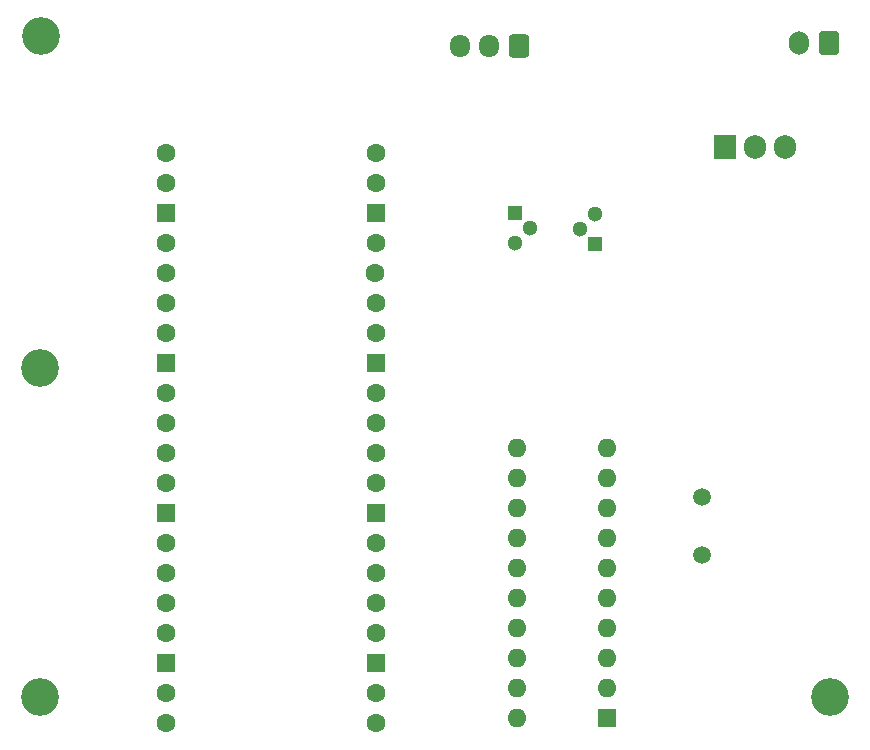
<source format=gbr>
%TF.GenerationSoftware,KiCad,Pcbnew,7.0.10-7.0.10~ubuntu22.04.1*%
%TF.CreationDate,2025-04-05T16:35:24+07:00*%
%TF.ProjectId,RNG,524e472e-6b69-4636-9164-5f7063625858,rev?*%
%TF.SameCoordinates,Original*%
%TF.FileFunction,Soldermask,Bot*%
%TF.FilePolarity,Negative*%
%FSLAX46Y46*%
G04 Gerber Fmt 4.6, Leading zero omitted, Abs format (unit mm)*
G04 Created by KiCad (PCBNEW 7.0.10-7.0.10~ubuntu22.04.1) date 2025-04-05 16:35:24*
%MOMM*%
%LPD*%
G01*
G04 APERTURE LIST*
G04 Aperture macros list*
%AMRoundRect*
0 Rectangle with rounded corners*
0 $1 Rounding radius*
0 $2 $3 $4 $5 $6 $7 $8 $9 X,Y pos of 4 corners*
0 Add a 4 corners polygon primitive as box body*
4,1,4,$2,$3,$4,$5,$6,$7,$8,$9,$2,$3,0*
0 Add four circle primitives for the rounded corners*
1,1,$1+$1,$2,$3*
1,1,$1+$1,$4,$5*
1,1,$1+$1,$6,$7*
1,1,$1+$1,$8,$9*
0 Add four rect primitives between the rounded corners*
20,1,$1+$1,$2,$3,$4,$5,0*
20,1,$1+$1,$4,$5,$6,$7,0*
20,1,$1+$1,$6,$7,$8,$9,0*
20,1,$1+$1,$8,$9,$2,$3,0*%
G04 Aperture macros list end*
%ADD10R,1.300000X1.300000*%
%ADD11C,1.300000*%
%ADD12C,3.200000*%
%ADD13C,1.600000*%
%ADD14RoundRect,0.200000X0.600000X0.600000X-0.600000X0.600000X-0.600000X-0.600000X0.600000X-0.600000X0*%
%ADD15R,1.600000X1.600000*%
%ADD16O,1.600000X1.600000*%
%ADD17RoundRect,0.250000X0.600000X0.725000X-0.600000X0.725000X-0.600000X-0.725000X0.600000X-0.725000X0*%
%ADD18O,1.700000X1.950000*%
%ADD19R,1.905000X2.000000*%
%ADD20O,1.905000X2.000000*%
%ADD21RoundRect,0.250000X0.600000X0.750000X-0.600000X0.750000X-0.600000X-0.750000X0.600000X-0.750000X0*%
%ADD22O,1.700000X2.000000*%
%ADD23C,1.500000*%
G04 APERTURE END LIST*
D10*
%TO.C,Q2*%
X57856800Y-84785200D03*
D11*
X59126800Y-86055200D03*
X57856800Y-87325200D03*
%TD*%
D12*
%TO.C,H1*%
X84582000Y-125780800D03*
%TD*%
%TO.C,H3*%
X17627600Y-125780800D03*
%TD*%
D13*
%TO.C,A1*%
X46075600Y-127914400D03*
X46075600Y-125374400D03*
D14*
X46075600Y-122834400D03*
D13*
X46075600Y-120294400D03*
X46075600Y-117754400D03*
X46075600Y-115214400D03*
X46075600Y-112674400D03*
D14*
X46075600Y-110134400D03*
D13*
X46075600Y-107594400D03*
X46075600Y-105054400D03*
X46075600Y-102514400D03*
X46075600Y-99974400D03*
D14*
X46075600Y-97434400D03*
D13*
X46075600Y-94894400D03*
X46075600Y-92354400D03*
X46033719Y-89814400D03*
X46075600Y-87274400D03*
D14*
X46075600Y-84734400D03*
D13*
X46075600Y-82194400D03*
X46075600Y-79654400D03*
X28295600Y-79654400D03*
X28295600Y-82194400D03*
D14*
X28295600Y-84734400D03*
D13*
X28295600Y-87274400D03*
X28295600Y-89814400D03*
X28295600Y-92354400D03*
X28295600Y-94894400D03*
D14*
X28295600Y-97434400D03*
D13*
X28295600Y-99974400D03*
X28295600Y-102514400D03*
X28295600Y-105054400D03*
X28295600Y-107594400D03*
D14*
X28295600Y-110134400D03*
D13*
X28295600Y-112674400D03*
X28295600Y-115214400D03*
X28295600Y-117754400D03*
X28295600Y-120294400D03*
D14*
X28295600Y-122834400D03*
D13*
X28295600Y-125374400D03*
X28295600Y-127914400D03*
%TD*%
D15*
%TO.C,U6*%
X65659000Y-127482600D03*
D16*
X65659000Y-124942600D03*
X65659000Y-122402600D03*
X65659000Y-119862600D03*
X65659000Y-117322600D03*
X65659000Y-114782600D03*
X65659000Y-112242600D03*
X65659000Y-109702600D03*
X65659000Y-107162600D03*
X65659000Y-104622600D03*
X58039000Y-104622600D03*
X58039000Y-107162600D03*
X58039000Y-109702600D03*
X58039000Y-112242600D03*
X58039000Y-114782600D03*
X58039000Y-117322600D03*
X58039000Y-119862600D03*
X58039000Y-122402600D03*
X58039000Y-124942600D03*
X58039000Y-127482600D03*
%TD*%
D17*
%TO.C,J1*%
X58216800Y-70586600D03*
D18*
X55716800Y-70586600D03*
X53216800Y-70586600D03*
%TD*%
D12*
%TO.C,H4*%
X17678400Y-97891600D03*
%TD*%
D19*
%TO.C,U3*%
X75641200Y-79202400D03*
D20*
X78181200Y-79202400D03*
X80721200Y-79202400D03*
%TD*%
D12*
%TO.C,H2*%
X17729200Y-69799200D03*
%TD*%
D10*
%TO.C,Q1*%
X64643000Y-87350600D03*
D11*
X63373000Y-86080600D03*
X64643000Y-84810600D03*
%TD*%
D21*
%TO.C,J2*%
X84429600Y-70383400D03*
D22*
X81929600Y-70383400D03*
%TD*%
D23*
%TO.C,Y1*%
X73685400Y-113693600D03*
X73685400Y-108813600D03*
%TD*%
M02*

</source>
